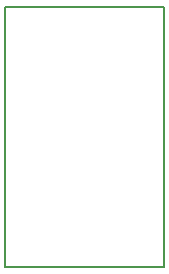
<source format=gbr>
G04 EAGLE Gerber RS-274X export*
G75*
%MOMM*%
%FSLAX34Y34*%
%LPD*%
%INSilkscreen Bottom*%
%IPPOS*%
%AMOC8*
5,1,8,0,0,1.08239X$1,22.5*%
G01*
%ADD10C,0.127000*%


D10*
X88200Y230000D02*
X-46800Y230000D01*
X-46800Y10000D01*
X88200Y10000D01*
X88200Y230000D01*
M02*

</source>
